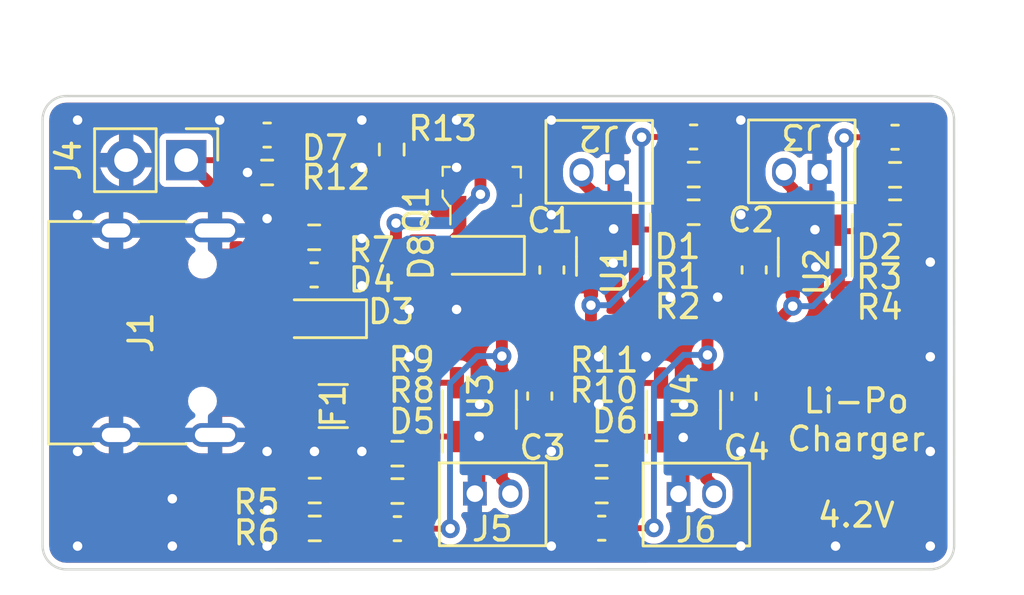
<source format=kicad_pcb>
(kicad_pcb (version 20211014) (generator pcbnew)
  (layers (0 "F.Cu" signal) (31 "B.Cu" signal) (34 "B.Paste" user) (35 "F.Paste" user) (36 "B.SilkS" user "B.Silkscreen") (37 "F.SilkS" user "F.Silkscreen") (38 "B.Mask" user) (39 "F.Mask" user) (44 "Edge.Cuts" user))
  (net 0 "")
  (net 1 "VCC")
  (net 2 "GND")
  (net 3 "Net-(D1-Pad1)")
  (net 4 "Net-(D2-Pad1)")
  (net 5 "VUSB")
  (net 6 "Net-(D3-Pad2)")
  (net 7 "Net-(D4-Pad1)")
  (net 8 "Net-(D5-Pad1)")
  (net 9 "Net-(D6-Pad1)")
  (net 10 "Net-(D7-Pad1)")
  (net 11 "DC")
  (net 12 "Net-(F1-Pad1)")
  (net 13 "Net-(J1-PadA5)")
  (net 17 "Net-(J1-PadB5)")
  (net 21 "Net-(J2-Pad2)")
  (net 22 "Net-(J3-Pad2)")
  (net 23 "Net-(J5-Pad2)")
  (net 24 "Net-(J6-Pad2)")
  (net 25 "Net-(R1-Pad2)")
  (net 26 "Net-(R2-Pad1)")
  (net 27 "Net-(R3-Pad2)")
  (net 28 "Net-(R4-Pad1)")
  (net 29 "Net-(R8-Pad2)")
  (net 30 "Net-(R9-Pad1)")
  (net 31 "Net-(R10-Pad2)")
  (net 32 "Net-(R11-Pad1)")
  (footprint "Package_TO_SOT_SMD:TSOT-23-5" (layer "F.Cu") (at 205.1 66.780875 -90)
    (fp_text reference "U1" (at 0.6125 -0.03 90) (layer "F.SilkS"))
    (fp_text value "LTC4054XES5-4.2")
    (pad "1" smd roundrect (at -1.1375 -0.95 270) (size 1.325 0.6) (layers "F.Cu" "F.Paste" "F.Mask") (net 25 "Net-(R1-Pad2)"))
    (pad "2" smd roundrect (at -1.1375 0 270) (size 1.325 0.6) (layers "F.Cu" "F.Paste" "F.Mask") (net 2 "GND"))
    (pad "3" smd roundrect (at -1.1375 0.95 270) (size 1.325 0.6) (layers "F.Cu" "F.Paste" "F.Mask") (net 21 "Net-(J2-Pad2)"))
    (pad "4" smd roundrect (at 1.1375 0.95 270) (size 1.325 0.6) (layers "F.Cu" "F.Paste" "F.Mask") (net 1 "VCC"))
    (pad "5" smd roundrect (at 1.1375 -0.95 270) (size 1.325 0.6) (layers "F.Cu" "F.Paste" "F.Mask") (net 26 "Net-(R2-Pad1)"))
  )
  (footprint "Resistor_SMD:R_0603_1608Metric" (layer "F.Cu") (at 204.595 75.093375 180)
    (fp_text reference "R11" (at -0.11 3.93) (layer "F.SilkS"))
    (fp_text value "100k")
    (pad "1" smd roundrect (at -0.825 0 180) (size 0.8 0.95) (layers "F.Cu" "F.Paste" "F.Mask") (net 32 "Net-(R11-Pad1)"))
    (pad "2" smd roundrect (at 0.825 0 180) (size 0.8 0.95) (layers "F.Cu" "F.Paste" "F.Mask") (net 2 "GND"))
  )
  (footprint "Resistor_SMD:R_0603_1608Metric" (layer "F.Cu") (at 208.485 64.913375)
    (fp_text reference "R2" (at -0.675 3.99) (layer "F.SilkS"))
    (fp_text value "100k")
    (pad "1" smd roundrect (at -0.825 0) (size 0.8 0.95) (layers "F.Cu" "F.Paste" "F.Mask") (net 26 "Net-(R2-Pad1)"))
    (pad "2" smd roundrect (at 0.825 0) (size 0.8 0.95) (layers "F.Cu" "F.Paste" "F.Mask") (net 2 "GND"))
  )
  (footprint "Resistor_SMD:R_0603_1608Metric" (layer "F.Cu") (at 192.49 76.673375 180)
    (fp_text reference "R5" (at 2.46 -0.49) (layer "F.SilkS"))
    (fp_text value "5.1k")
    (pad "1" smd roundrect (at -0.825 0 180) (size 0.8 0.95) (layers "F.Cu" "F.Paste" "F.Mask") (net 2 "GND"))
    (pad "2" smd roundrect (at 0.825 0 180) (size 0.8 0.95) (layers "F.Cu" "F.Paste" "F.Mask") (net 17 "Net-(J1-PadB5)"))
  )
  (footprint "Resistor_SMD:R_0603_1608Metric" (layer "F.Cu") (at 195.98 76.693375)
    (fp_text reference "R8" (at 0.61 -4.25) (layer "F.SilkS"))
    (fp_text value "680")
    (pad "1" smd roundrect (at -0.825 0) (size 0.8 0.95) (layers "F.Cu" "F.Paste" "F.Mask") (net 8 "Net-(D5-Pad1)"))
    (pad "2" smd roundrect (at 0.825 0) (size 0.8 0.95) (layers "F.Cu" "F.Paste" "F.Mask") (net 29 "Net-(R8-Pad2)"))
  )
  (footprint "Connector_USB:USB_C_Receptacle_HRO_TYPE-C-31-M-12" (layer "F.Cu") (at 185.15 70.003375 -90)
    (fp_text reference "J1" (at 0 0 90) (layer "F.SilkS"))
    (fp_text value "USB_C_Receptacle_USB2.0")
    (pad "" np_thru_hole circle (at 2.89 -2.6 270) (size 0.65 0.65) (drill 0.65) (layers *.Cu *.Mask))
    (pad "" np_thru_hole circle (at -2.89 -2.6 270) (size 0.65 0.65) (drill 0.65) (layers *.Cu *.Mask))
    (pad "A1" smd rect (at -3.25 -4.045 270) (size 0.6 1.45) (layers "F.Cu" "F.Paste" "F.Mask") (net 2 "GND"))
    (pad "A4" smd rect (at -2.45 -4.045 270) (size 0.6 1.45) (layers "F.Cu" "F.Paste" "F.Mask") (net 12 "Net-(F1-Pad1)"))
    (pad "A5" smd rect (at -1.25 -4.045 270) (size 0.3 1.45) (layers "F.Cu" "F.Paste" "F.Mask") (net 13 "Net-(J1-PadA5)"))
    (pad "A6" smd rect (at -0.25 -4.045 270) (size 0.3 1.45) (layers "F.Cu" "F.Paste" "F.Mask"))
    (pad "A7" smd rect (at 0.25 -4.045 270) (size 0.3 1.45) (layers "F.Cu" "F.Paste" "F.Mask"))
    (pad "A8" smd rect (at 1.25 -4.045 270) (size 0.3 1.45) (layers "F.Cu" "F.Paste" "F.Mask"))
    (pad "A9" smd rect (at 2.45 -4.045 270) (size 0.6 1.45) (layers "F.Cu" "F.Paste" "F.Mask") (net 12 "Net-(F1-Pad1)"))
    (pad "A12" smd rect (at 3.25 -4.045 270) (size 0.6 1.45) (layers "F.Cu" "F.Paste" "F.Mask") (net 2 "GND"))
    (pad "B1" smd rect (at 3.25 -4.045 270) (size 0.6 1.45) (layers "F.Cu" "F.Paste" "F.Mask") (net 2 "GND"))
    (pad "B4" smd rect (at 2.45 -4.045 270) (size 0.6 1.45) (layers "F.Cu" "F.Paste" "F.Mask") (net 12 "Net-(F1-Pad1)"))
    (pad "B5" smd rect (at 1.75 -4.045 270) (size 0.3 1.45) (layers "F.Cu" "F.Paste" "F.Mask") (net 17 "Net-(J1-PadB5)"))
    (pad "B6" smd rect (at 0.75 -4.045 270) (size 0.3 1.45) (layers "F.Cu" "F.Paste" "F.Mask"))
    (pad "B7" smd rect (at -0.75 -4.045 270) (size 0.3 1.45) (layers "F.Cu" "F.Paste" "F.Mask"))
    (pad "B8" smd rect (at -1.75 -4.045 270) (size 0.3 1.45) (layers "F.Cu" "F.Paste" "F.Mask"))
    (pad "B9" smd rect (at -2.45 -4.045 270) (size 0.6 1.45) (layers "F.Cu" "F.Paste" "F.Mask") (net 12 "Net-(F1-Pad1)"))
    (pad "B12" smd rect (at -3.25 -4.045 270) (size 0.6 1.45) (layers "F.Cu" "F.Paste" "F.Mask") (net 2 "GND"))
    (pad "S1" thru_hole oval (at 4.32 1.05 270) (size 1 1.6) (drill oval 0.6 1.2) (layers *.Cu *.Mask) (net 2 "GND"))
    (pad "S1" thru_hole oval (at -4.32 1.05 270) (size 1 1.6) (drill oval 0.6 1.2) (layers *.Cu *.Mask) (net 2 "GND"))
    (pad "S1" thru_hole oval (at 4.32 -3.13 270) (size 1 2.1) (drill oval 0.6 1.7) (layers *.Cu *.Mask) (net 2 "GND"))
    (pad "S1" thru_hole oval (at -4.32 -3.13 270) (size 1 2.1) (drill oval 0.6 1.7) (layers *.Cu *.Mask) (net 2 "GND"))
  )
  (footprint "Connector_JST_User:JST_ZH-1x2" (layer "F.Cu") (at 208.6 77.263375)
    (fp_text reference "J6" (at 0 1.08 unlocked) (layer "F.SilkS"))
    (fp_text value "B2B-ZR-3.4")
    (pad "1" thru_hole rect (at -0.75 -0.45 270) (size 1 1) (drill 0.7) (layers *.Cu *.Mask) (net 2 "GND"))
    (pad "2" thru_hole oval (at 0.75 -0.45) (size 1 1.2) (drill 0.7) (layers *.Cu *.Mask) (net 24 "Net-(J6-Pad2)"))
  )
  (footprint "Resistor_SMD:R_0603_1608Metric" (layer "F.Cu") (at 190.48 63.233375 180)
    (fp_text reference "R12" (at -2.9 -0.21) (layer "F.SilkS"))
    (fp_text value "680")
    (pad "1" smd roundrect (at -0.825 0 180) (size 0.8 0.95) (layers "F.Cu" "F.Paste" "F.Mask") (net 10 "Net-(D7-Pad1)"))
    (pad "2" smd roundrect (at 0.825 0 180) (size 0.8 0.95) (layers "F.Cu" "F.Paste" "F.Mask") (net 2 "GND"))
  )
  (footprint "Resistor_SMD:R_0603_1608Metric" (layer "F.Cu") (at 192.49 78.273375 180)
    (fp_text reference "R6" (at 2.45 -0.19) (layer "F.SilkS"))
    (fp_text value "5.1k")
    (pad "1" smd roundrect (at -0.825 0 180) (size 0.8 0.95) (layers "F.Cu" "F.Paste" "F.Mask") (net 2 "GND"))
    (pad "2" smd roundrect (at 0.825 0 180) (size 0.8 0.95) (layers "F.Cu" "F.Paste" "F.Mask") (net 13 "Net-(J1-PadA5)"))
  )
  (footprint "Capacitor_SMD:C_0603_1608Metric" (layer "F.Cu") (at 216.99 61.743375 180)
    (fp_text reference "D2" (at 0.67 -4.63) (layer "F.SilkS"))
    (fp_text value "OSHR1608C1A")
    (pad "1" smd roundrect (at -0.775 0 180) (size 0.9 0.95) (layers "F.Cu" "F.Paste" "F.Mask") (net 4 "Net-(D2-Pad1)"))
    (pad "2" smd roundrect (at 0.775 0 180) (size 0.9 0.95) (layers "F.Cu" "F.Paste" "F.Mask") (net 1 "VCC"))
  )
  (footprint "Resistor_SMD:R_0603_1608Metric" (layer "F.Cu") (at 195.74 62.263375 90)
    (fp_text reference "R13" (at 0.885 2.15 180) (layer "F.SilkS"))
    (fp_text value "1k")
    (pad "1" smd roundrect (at -0.825 0 90) (size 0.8 0.95) (layers "F.Cu" "F.Paste" "F.Mask") (net 11 "DC"))
    (pad "2" smd roundrect (at 0.825 0 90) (size 0.8 0.95) (layers "F.Cu" "F.Paste" "F.Mask") (net 2 "GND"))
  )
  (footprint "Capacitor_SMD:C_0603_1608Metric" (layer "F.Cu") (at 210.61 72.693375 -90)
    (fp_text reference "C4" (at 2.17 -0.11 180) (layer "F.SilkS"))
    (fp_text value "1u")
    (pad "1" smd roundrect (at -0.775 0 270) (size 0.9 0.95) (layers "F.Cu" "F.Paste" "F.Mask") (net 1 "VCC"))
    (pad "2" smd roundrect (at 0.775 0 270) (size 0.9 0.95) (layers "F.Cu" "F.Paste" "F.Mask") (net 2 "GND"))
  )
  (footprint "Capacitor_SMD:C_0603_1608Metric" (layer "F.Cu") (at 204.605 78.263375)
    (fp_text reference "D6" (at 0.56 -4.54) (layer "F.SilkS"))
    (fp_text value "OSHR1608C1A")
    (pad "1" smd roundrect (at -0.775 0) (size 0.9 0.95) (layers "F.Cu" "F.Paste" "F.Mask") (net 9 "Net-(D6-Pad1)"))
    (pad "2" smd roundrect (at 0.775 0) (size 0.9 0.95) (layers "F.Cu" "F.Paste" "F.Mask") (net 1 "VCC"))
  )
  (footprint "Capacitor_SMD:C_0603_1608Metric" (layer "F.Cu") (at 202.5 67.353375 90)
    (fp_text reference "C1" (at 2.09 -0.07 180) (layer "F.SilkS"))
    (fp_text value "1u")
    (pad "1" smd roundrect (at -0.775 0 90) (size 0.9 0.95) (layers "F.Cu" "F.Paste" "F.Mask") (net 1 "VCC"))
    (pad "2" smd roundrect (at 0.775 0 90) (size 0.9 0.95) (layers "F.Cu" "F.Paste" "F.Mask") (net 2 "GND"))
  )
  (footprint "Resistor_SMD:R_0603_1608Metric" (layer "F.Cu") (at 208.49 63.323375 180)
    (fp_text reference "R1" (at 0.68 -4.3) (layer "F.SilkS"))
    (fp_text value "680")
    (pad "1" smd roundrect (at -0.825 0 180) (size 0.8 0.95) (layers "F.Cu" "F.Paste" "F.Mask") (net 3 "Net-(D1-Pad1)"))
    (pad "2" smd roundrect (at 0.825 0 180) (size 0.8 0.95) (layers "F.Cu" "F.Paste" "F.Mask") (net 25 "Net-(R1-Pad2)"))
  )
  (footprint "Capacitor_SMD:C_0603_1608Metric" (layer "F.Cu") (at 190.48 61.653375 180)
    (fp_text reference "D7" (at -2.43 -0.54) (layer "F.SilkS"))
    (fp_text value "OSYL1608C1A")
    (pad "1" smd roundrect (at -0.775 0 180) (size 0.9 0.95) (layers "F.Cu" "F.Paste" "F.Mask") (net 10 "Net-(D7-Pad1)"))
    (pad "2" smd roundrect (at 0.775 0 180) (size 0.9 0.95) (layers "F.Cu" "F.Paste" "F.Mask") (net 11 "DC"))
  )
  (footprint "Package_TO_SOT_SMD:TSOT-23-5" (layer "F.Cu") (at 213.62 66.810875 -90)
    (fp_text reference "U2" (at 0.62 -0.06 90) (layer "F.SilkS"))
    (fp_text value "LTC4054XES5-4.2")
    (pad "1" smd roundrect (at -1.1375 -0.95 270) (size 1.325 0.6) (layers "F.Cu" "F.Paste" "F.Mask") (net 27 "Net-(R3-Pad2)"))
    (pad "2" smd roundrect (at -1.1375 0 270) (size 1.325 0.6) (layers "F.Cu" "F.Paste" "F.Mask") (net 2 "GND"))
    (pad "3" smd roundrect (at -1.1375 0.95 270) (size 1.325 0.6) (layers "F.Cu" "F.Paste" "F.Mask") (net 22 "Net-(J3-Pad2)"))
    (pad "4" smd roundrect (at 1.1375 0.95 270) (size 1.325 0.6) (layers "F.Cu" "F.Paste" "F.Mask") (net 1 "VCC"))
    (pad "5" smd roundrect (at 1.1375 -0.95 270) (size 1.325 0.6) (layers "F.Cu" "F.Paste" "F.Mask") (net 28 "Net-(R4-Pad1)"))
  )
  (footprint "Package_TO_SOT_SMD:TSOT-23-5" (layer "F.Cu") (at 208.06 73.263375 90)
    (fp_text reference "U4" (at 0.56 0.07 90) (layer "F.SilkS"))
    (fp_text value "LTC4054XES5-4.2")
    (pad "1" smd roundrect (at -1.1375 -0.95 90) (size 1.325 0.6) (layers "F.Cu" "F.Paste" "F.Mask") (net 31 "Net-(R10-Pad2)"))
    (pad "2" smd roundrect (at -1.1375 0 90) (size 1.325 0.6) (layers "F.Cu" "F.Paste" "F.Mask") (net 2 "GND"))
    (pad "3" smd roundrect (at -1.1375 0.95 90) (size 1.325 0.6) (layers "F.Cu" "F.Paste" "F.Mask") (net 24 "Net-(J6-Pad2)"))
    (pad "4" smd roundrect (at 1.1375 0.95 90) (size 1.325 0.6) (layers "F.Cu" "F.Paste" "F.Mask") (net 1 "VCC"))
    (pad "5" smd roundrect (at 1.1375 -0.95 90) (size 1.325 0.6) (layers "F.Cu" "F.Paste" "F.Mask") (net 32 "Net-(R11-Pad1)"))
  )
  (footprint "Resistor_SMD:R_0603_1608Metric" (layer "F.Cu") (at 216.99 63.333375 180)
    (fp_text reference "R3" (at 0.67 -4.31) (layer "F.SilkS"))
    (fp_text value "680")
    (pad "1" smd roundrect (at -0.825 0 180) (size 0.8 0.95) (layers "F.Cu" "F.Paste" "F.Mask") (net 4 "Net-(D2-Pad1)"))
    (pad "2" smd roundrect (at 0.825 0 180) (size 0.8 0.95) (layers "F.Cu" "F.Paste" "F.Mask") (net 27 "Net-(R3-Pad2)"))
  )
  (footprint "Capacitor_SMD:C_0603_1608Metric" (layer "F.Cu") (at 208.485 61.733375 180)
    (fp_text reference "D1" (at 0.685 -4.63) (layer "F.SilkS"))
    (fp_text value "OSHR1608C1A")
    (pad "1" smd roundrect (at -0.775 0 180) (size 0.9 0.95) (layers "F.Cu" "F.Paste" "F.Mask") (net 3 "Net-(D1-Pad1)"))
    (pad "2" smd roundrect (at 0.775 0 180) (size 0.9 0.95) (layers "F.Cu" "F.Paste" "F.Mask") (net 1 "VCC"))
  )
  (footprint "Resistor_SMD:R_0603_1608Metric" (layer "F.Cu") (at 195.98 75.113375 180)
    (fp_text reference "R9" (at -0.6 3.97) (layer "F.SilkS"))
    (fp_text value "100k")
    (pad "1" smd roundrect (at -0.825 0 180) (size 0.8 0.95) (layers "F.Cu" "F.Paste" "F.Mask") (net 30 "Net-(R9-Pad1)"))
    (pad "2" smd roundrect (at 0.825 0 180) (size 0.8 0.95) (layers "F.Cu" "F.Paste" "F.Mask") (net 2 "GND"))
  )
  (footprint "Capacitor_SMD:C_0603_1608Metric" (layer "F.Cu") (at 192.465 67.563375)
    (fp_text reference "D4" (at 2.43 0.21) (layer "F.SilkS"))
    (fp_text value "OSBL1608C1A")
    (pad "1" smd roundrect (at -0.775 0) (size 0.9 0.95) (layers "F.Cu" "F.Paste" "F.Mask") (net 7 "Net-(D4-Pad1)"))
    (pad "2" smd roundrect (at 0.775 0) (size 0.9 0.95) (layers "F.Cu" "F.Paste" "F.Mask") (net 5 "VUSB"))
  )
  (footprint "digikey-footprints:SOT-23-3" (layer "F.Cu") (at 199.54 63.823375 90)
    (fp_text reference "Q1" (at -0.98 -2.76 90) (layer "F.SilkS"))
    (fp_text value "IRLML6402TRPBF")
    (pad "1" smd rect locked (at -1.05 -0.95 90) (size 1.3 0.6) (layers "F.Cu" "F.Paste" "F.Mask") (net 11 "DC"))
    (pad "2" smd rect locked (at -1.05 0.95 90) (size 1.3 0.6) (layers "F.Cu" "F.Paste" "F.Mask") (net 1 "VCC"))
    (pad "3" smd rect locked (at 1.05 0 90) (size 1.3 0.6) (layers "F.Cu" "F.Paste" "F.Mask") (net 5 "VUSB"))
  )
  (footprint "Resistor_SMD:R_0603_1608Metric" (layer "F.Cu") (at 192.465 65.973375)
    (fp_text reference "R7" (at 2.42 0.53) (layer "F.SilkS"))
    (fp_text value "430")
    (pad "1" smd roundrect (at -0.825 0) (size 0.8 0.95) (layers "F.Cu" "F.Paste" "F.Mask") (net 7 "Net-(D4-Pad1)"))
    (pad "2" smd roundrect (at 0.825 0) (size 0.8 0.95) (layers "F.Cu" "F.Paste" "F.Mask") (net 2 "GND"))
  )
  (footprint "Resistor_SMD:R_0603_1608Metric" (layer "F.Cu") (at 204.605 76.673375)
    (fp_text reference "R10" (at 0.09 -4.23) (layer "F.SilkS"))
    (fp_text value "680")
    (pad "1" smd roundrect (at -0.825 0) (size 0.8 0.95) (layers "F.Cu" "F.Paste" "F.Mask") (net 9 "Net-(D6-Pad1)"))
    (pad "2" smd roundrect (at 0.825 0) (size 0.8 0.95) (layers "F.Cu" "F.Paste" "F.Mask") (net 31 "Net-(R10-Pad2)"))
  )
  (footprint "Capacitor_SMD:C_0603_1608Metric" (layer "F.Cu") (at 211.04 67.350875 90)
    (fp_text reference "C2" (at 2.11 -0.13 180) (layer "F.SilkS"))
    (fp_text value "1u")
    (pad "1" smd roundrect (at -0.775 0 90) (size 0.9 0.95) (layers "F.Cu" "F.Paste" "F.Mask") (net 1 "VCC"))
    (pad "2" smd roundrect (at 0.775 0 90) (size 0.9 0.95) (layers "F.Cu" "F.Paste" "F.Mask") (net 2 "GND"))
  )
  (footprint "Package_TO_SOT_SMD:TSOT-23-5" (layer "F.Cu") (at 199.44 73.253375 90)
    (fp_text reference "U3" (at 0.5525 0.05 90) (layer "F.SilkS"))
    (fp_text value "LTC4054XES5-4.2")
    (pad "1" smd roundrect (at -1.1375 -0.95 90) (size 1.325 0.6) (layers "F.Cu" "F.Paste" "F.Mask") (net 29 "Net-(R8-Pad2)"))
    (pad "2" smd roundrect (at -1.1375 0 90) (size 1.325 0.6) (layers "F.Cu" "F.Paste" "F.Mask") (net 2 "GND"))
    (pad "3" smd roundrect (at -1.1375 0.95 90) (size 1.325 0.6) (layers "F.Cu" "F.Paste" "F.Mask") (net 23 "Net-(J5-Pad2)"))
    (pad "4" smd roundrect (at 1.1375 0.95 90) (size 1.325 0.6) (layers "F.Cu" "F.Paste" "F.Mask") (net 1 "VCC"))
    (pad "5" smd roundrect (at 1.1375 -0.95 90) (size 1.325 0.6) (layers "F.Cu" "F.Paste" "F.Mask") (net 30 "Net-(R9-Pad1)"))
  )
  (footprint "Resistor_SMD:R_0603_1608Metric" (layer "F.Cu") (at 216.99 64.913375)
    (fp_text reference "R4" (at -0.66 4.02) (layer "F.SilkS"))
    (fp_text value "100k")
    (pad "1" smd roundrect (at -0.825 0) (size 0.8 0.95) (layers "F.Cu" "F.Paste" "F.Mask") (net 28 "Net-(R4-Pad1)"))
    (pad "2" smd roundrect (at 0.825 0) (size 0.8 0.95) (layers "F.Cu" "F.Paste" "F.Mask") (net 2 "GND"))
  )
  (footprint "Diode_SMD_User:US2H" (layer "F.Cu") (at 199.54 66.733375 180)
    (fp_text reference "D8" (at 2.55 -0.08 90) (layer "F.SilkS"))
    (fp_text value "CUHS20S60H3F")
    (pad "1" smd rect (at -0.65 0) (size 2 1.1) (layers "F.Cu" "F.Paste" "F.Mask") (net 1 "VCC"))
    (pad "2" smd rect (at 1.25 0) (size 0.8 1.1) (layers "F.Cu" "F.Paste" "F.Mask") (net 11 "DC"))
  )
  (footprint "Connector_JST_User:JST_ZH-1x2" (layer "F.Cu") (at 213.05 62.763375 180)
    (fp_text reference "J3" (at 0 1.05 180 unlocked) (layer "F.SilkS"))
    (fp_text value "B2B-ZR-3.4")
    (pad "1" thru_hole rect (at -0.75 -0.45 90) (size 1 1) (drill 0.7) (layers *.Cu *.Mask) (net 2 "GND"))
    (pad "2" thru_hole oval (at 0.75 -0.45 180) (size 1 1.2) (drill 0.7) (layers *.Cu *.Mask) (net 22 "Net-(J3-Pad2)"))
  )
  (footprint "Capacitor_SMD:C_0603_1608Metric" (layer "F.Cu") (at 195.98 78.283375)
    (fp_text reference "D5" (at 0.62 -4.53) (layer "F.SilkS"))
    (fp_text value "OSHR1608C1A")
    (pad "1" smd roundrect (at -0.775 0) (size 0.9 0.95) (layers "F.Cu" "F.Paste" "F.Mask") (net 8 "Net-(D5-Pad1)"))
    (pad "2" smd roundrect (at 0.775 0) (size 0.9 0.95) (layers "F.Cu" "F.Paste" "F.Mask") (net 1 "VCC"))
  )
  (footprint "Connector_JST_User:JST_ZH-1x2" (layer "F.Cu") (at 200 77.253375)
    (fp_text reference "J5" (at -0.01 1.05 unlocked) (layer "F.SilkS"))
    (fp_text value "B2B-ZR-3.4")
    (pad "1" thru_hole rect (at -0.75 -0.45 270) (size 1 1) (drill 0.7) (layers *.Cu *.Mask) (net 2 "GND"))
    (pad "2" thru_hole oval (at 0.75 -0.45) (size 1 1.2) (drill 0.7) (layers *.Cu *.Mask) (net 23 "Net-(J5-Pad2)"))
  )
  (footprint "Connector_JST_User:JST_ZH-1x2" (layer "F.Cu") (at 204.5 62.783375 180)
    (fp_text reference "J2" (at 0 1 180 unlocked) (layer "F.SilkS"))
    (fp_text value "B2B-ZR-3.4")
    (pad "1" thru_hole rect (at -0.75 -0.45 90) (size 1 1) (drill 0.7) (layers *.Cu *.Mask) (net 2 "GND"))
    (pad "2" thru_hole oval (at 0.75 -0.45 180) (size 1 1.2) (drill 0.7) (layers *.Cu *.Mask) (net 21 "Net-(J2-Pad2)"))
  )
  (footprint "Capacitor_SMD:C_0603_1608Metric" (layer "F.Cu") (at 201.99 72.680875 -90)
    (fp_text reference "C3" (at 2.1825 -0.12 180) (layer "F.SilkS"))
    (fp_text value "1u")
    (pad "1" smd roundrect (at -0.775 0 270) (size 0.9 0.95) (layers "F.Cu" "F.Paste" "F.Mask") (net 1 "VCC"))
    (pad "2" smd roundrect (at 0.775 0 270) (size 0.9 0.95) (layers "F.Cu" "F.Paste" "F.Mask") (net 2 "GND"))
  )
  (footprint "Connector_PinHeader_2.54mm:PinHeader_1x02_P2.54mm_Vertical" (layer "F.Cu") (at 187.065 62.713375 -90)
    (fp_text reference "J4" (at 0 4.97 90) (layer "F.SilkS"))
    (fp_text value "Conn_01x02_Male")
    (pad "1" thru_hole rect (at 0 0 270) (size 1.7 1.7) (drill 1) (layers *.Cu *.Mask) (net 11 "DC"))
    (pad "2" thru_hole oval (at 0 2.54 270) (size 1.7 1.7) (drill 1) (layers *.Cu *.Mask) (net 2 "GND"))
  )
  (footprint "Fuse:Fuse_1206_3216Metric" (layer "F.Cu") (at 193.27 73.103375)
    (fp_text reference "F1" (at 0 0 90) (layer "F.SilkS"))
    (fp_text value "MF-NSMF050-2")
    (pad "1" smd roundrect (at -1.4 0) (size 1.25 1.75) (layers "F.Cu" "F.Paste" "F.Mask") (roundrect_rratio 0.2) (net 12 "Net-(F1-Pad1)"))
    (pad "2" smd roundrect (at 1.4 0) (size 1.25 1.75) (layers "F.Cu" "F.Paste" "F.Mask") (roundrect_rratio 0.2) (net 6 "Net-(D3-Pad2)"))
  )
  (footprint "Diode_SMD_User:US2H" (layer "F.Cu") (at 192.875 69.413375 180)
    (fp_text reference "D3" (at -2.84 0.3) (layer "F.SilkS"))
    (fp_text value "CUHS20S60H3F")
    (pad "1" smd rect (at -0.65 0) (size 2 1.1) (layers "F.Cu" "F.Paste" "F.Mask") (net 5 "VUSB"))
    (pad "2" smd rect (at 1.25 0) (size 0.8 1.1) (layers "F.Cu" "F.Paste" "F.Mask") (net 6 "Net-(D3-Pad2)"))
  )
  (gr_line (start 218.48 60.003375) (end 182 60.003375) (layer "Edge.Cuts") (width 0.1))
  (gr_arc (start 218.48 60.003375) (mid 219.187107 60.296268) (end 219.48 61.003375) (layer "Edge.Cuts") (width 0.1))
  (gr_line (start 181.977266 80.003375) (end 218.482893 79.999592) (layer "Edge.Cuts") (width 0.1))
  (gr_line (start 219.482893 78.999592) (end 219.48 61.003375) (layer "Edge.Cuts") (width 0.1))
  (gr_line (start 181 61.003375) (end 181 79.02) (layer "Edge.Cuts") (width 0.1))
  (gr_arc (start 181.977266 80.003375) (mid 181.290727 79.708364) (end 181 79.02) (layer "Edge.Cuts") (width 0.1))
  (gr_arc (start 219.482893 78.999592) (mid 219.19 79.706699) (end 218.482893 79.999592) (layer "Edge.Cuts") (width 0.1))
  (gr_arc (start 181 61.003375) (mid 181.292893 60.296268) (end 182 60.003375) (layer "Edge.Cuts") (width 0.1))
  (gr_text "Li-Po\nCharger\n\n4.2V" (at 215.35 75.3) (layer "F.SilkS") (effects (font (size 1 1))))
  (segment (start 204.34 69.743375) (end 209.07 69.743375) (width 0.5) (layer "F.Cu") (net 1))
  (segment (start 206.3 61.733375) (end 207.71 61.733375) (width 0.25) (layer "F.Cu") (net 1))
  (segment (start 198.21 78.283375) (end 196.755 78.283375) (width 0.25) (layer "F.Cu") (net 1))
  (segment (start 210.565 71.963375) (end 210.61 71.918375) (width 0.5) (layer "F.Cu") (net 1))
  (segment (start 200.19 66.733375) (end 200.39 66.933375) (width 0.5) (layer "F.Cu") (net 1))
  (segment (start 204.15 68.843375) (end 204.15 69.553375) (width 0.5) (layer "F.Cu") (net 1))
  (segment (start 209.07 69.743375) (end 209.07 70.943375) (width 0.5) (layer "F.Cu") (net 1))
  (segment (start 200.39 69.843375) (end 200.39 70.993375) (width 0.5) (layer "F.Cu") (net 1))
  (segment (start 201.9525 71.943375) (end 201.99 71.905875) (width 0.5) (layer "F.Cu") (net 1))
  (segment (start 200.49 66.433375) (end 200.19 66.733375) (width 0.5) (layer "F.Cu") (net 1))
  (segment (start 200.39 70.993375) (end 200.39 72.115875) (width 0.5) (layer "F.Cu") (net 1))
  (segment (start 200.49 64.873375) (end 200.49 66.433375) (width 0.5) (layer "F.Cu") (net 1))
  (segment (start 202.535 68.093375) (end 203.975 68.093375) (width 0.5) (layer "F.Cu") (net 1))
  (segment (start 212.67 68.883375) (end 212.67 67.948375) (width 0.5) (layer "F.Cu") (net 1))
  (segment (start 211.81 69.743375) (end 212.67 68.883375) (width 0.5) (layer "F.Cu") (net 1))
  (segment (start 209.01 72.125875) (end 209.1725 71.963375) (width 0.5) (layer "F.Cu") (net 1))
  (segment (start 200.49 69.743375) (end 200.39 69.843375) (width 0.5) (layer "F.Cu") (net 1))
  (segment (start 206.81 78.243375) (end 206.79 78.263375) (width 0.25) (layer "F.Cu") (net 1))
  (segment (start 203.975 68.093375) (end 204.15 67.918375) (width 0.5) (layer "F.Cu") (net 1))
  (segment (start 214.84 61.773375) (end 214.87 61.743375) (width 0.25) (layer "F.Cu") (net 1))
  (segment (start 211.0725 68.093375) (end 212.525 68.093375) (width 0.5) (layer "F.Cu") (net 1))
  (segment (start 200.39 66.933375) (end 200.39 69.843375) (width 0.5) (layer "F.Cu") (net 1))
  (segment (start 209.07 69.743375) (end 211.81 69.743375) (width 0.5) (layer "F.Cu") (net 1))
  (segment (start 214.87 61.743375) (end 216.215 61.743375) (width 0.25) (layer "F.Cu") (net 1))
  (segment (start 211.04 68.125875) (end 211.0725 68.093375) (width 0.5) (layer "F.Cu") (net 1))
  (segment (start 209.1725 71.963375) (end 210.565 71.963375) (width 0.5) (layer "F.Cu") (net 1))
  (segment (start 209.07 70.943375) (end 209.07 72.065875) (width 0.5) (layer "F.Cu") (net 1))
  (segment (start 204.15 67.918375) (end 204.15 68.843375) (width 0.5) (layer "F.Cu") (net 1))
  (segment (start 206.79 78.263375) (end 205.38 78.263375) (width 0.25) (layer "F.Cu") (net 1))
  (segment (start 209.07 72.065875) (end 209.01 72.125875) (width 0.5) (layer "F.Cu") (net 1))
  (segment (start 206.29 61.743375) (end 206.3 61.733375) (width 0.25) (layer "F.Cu") (net 1))
  (segment (start 200.5625 71.943375) (end 201.9525 71.943375) (width 0.5) (layer "F.Cu") (net 1))
  (segment (start 204.34 69.743375) (end 200.49 69.743375) (width 0.5) (layer "F.Cu") (net 1))
  (segment (start 212.525 68.093375) (end 212.67 67.948375) (width 0.5) (layer "F.Cu") (net 1))
  (segment (start 202.5 68.128375) (end 202.535 68.093375) (width 0.5) (layer "F.Cu") (net 1))
  (via (at 212.67 68.883375) (size 0.8) (drill 0.4) (layers "F.Cu" "B.Cu") (net 1))
  (via (at 198.21 78.283375) (size 0.8) (drill 0.4) (layers "F.Cu" "B.Cu") (net 1))
  (via (at 204.15 68.843375) (size 0.8) (drill 0.4) (layers "F.Cu" "B.Cu") (net 1))
  (via (at 214.84 61.773375) (size 0.8) (drill 0.4) (layers "F.Cu" "B.Cu") (net 1))
  (via (at 209.07 70.943375) (size 0.8) (drill 0.4) (layers "F.Cu" "B.Cu") (net 1))
  (via (at 206.81 78.243375) (size 0.8) (drill 0.4) (layers "F.Cu" "B.Cu") (net 1))
  (via (at 206.29 61.743375) (size 0.8) (drill 0.4) (layers "F.Cu" "B.Cu") (net 1))
  (via (at 200.39 70.993375) (size 0.8) (drill 0.4) (layers "F.Cu" "B.Cu") (net 1))
  (segment (start 213.516625 68.883375) (end 212.67 68.883375) (width 0.25) (layer "B.Cu") (net 1))
  (segment (start 204.92 68.843375) (end 204.15 68.843375) (width 0.25) (layer "B.Cu") (net 1))
  (segment (start 198.2 78.273375) (end 198.2 72.15) (width 0.25) (layer "B.Cu") (net 1))
  (segment (start 208.056625 70.943375) (end 209.07 70.943375) (width 0.25) (layer "B.Cu") (net 1))
  (segment (start 198.2 72.15) (end 199.356625 70.993375) (width 0.25) (layer "B.Cu") (net 1))
  (segment (start 199.356625 70.993375) (end 200.39 70.993375) (width 0.25) (layer "B.Cu") (net 1))
  (segment (start 206.29 61.743375) (end 206.29 67.473375) (width 0.25) (layer "B.Cu") (net 1))
  (segment (start 214.84 67.56) (end 213.516625 68.883375) (width 0.25) (layer "B.Cu") (net 1))
  (segment (start 206.81 78.243375) (end 206.81 72.19) (width 0.25) (layer "B.Cu") (net 1))
  (segment (start 214.84 61.773375) (end 214.84 67.56) (width 0.25) (layer "B.Cu") (net 1))
  (segment (start 206.81 72.19) (end 208.056625 70.943375) (width 0.25) (layer "B.Cu") (net 1))
  (segment (start 206.29 67.473375) (end 204.92 68.843375) (width 0.25) (layer "B.Cu") (net 1))
  (segment (start 213.62 65.673375) (end 213.62 67.203375) (width 0.5) (layer "F.Cu") (net 2))
  (segment (start 208.06 76.603375) (end 207.85 76.813375) (width 0.5) (layer "F.Cu") (net 2))
  (segment (start 205.1 63.383375) (end 205.25 63.233375) (width 0.5) (layer "F.Cu") (net 2))
  (segment (start 205.1 65.643375) (end 205.1 67.053375) (width 0.5) (layer "F.Cu") (net 2))
  (segment (start 205.1 65.643375) (end 205.1 63.383375) (width 0.5) (layer "F.Cu") (net 2))
  (segment (start 199.44 74.390875) (end 199.44 76.613375) (width 0.5) (layer "F.Cu") (net 2))
  (segment (start 208.06 74.400875) (end 208.06 73.053375) (width 0.5) (layer "F.Cu") (net 2))
  (segment (start 213.62 65.673375) (end 213.62 63.393375) (width 0.5) (layer "F.Cu") (net 2))
  (segment (start 199.44 73.043375) (end 199.44 74.390875) (width 0.5) (layer "F.Cu") (net 2))
  (segment (start 199.44 76.613375) (end 199.25 76.803375) (width 0.5) (layer "F.Cu") (net 2))
  (segment (start 208.06 74.400875) (end 208.06 76.603375) (width 0.5) (layer "F.Cu") (net 2))
  (segment (start 213.62 63.393375) (end 213.8 63.213375) (width 0.5) (layer "F.Cu") (net 2))
  (via (at 214.477266 79.02) (size 0.8) (drill 0.4) (layers "F.Cu" "B.Cu") (net 2))
  (via (at 205.107266 65.62) (size 0.8) (drill 0.4) (layers "F.Cu" "B.Cu") (net 2))
  (via (at 198.477266 63.02) (size 0.8) (drill 0.4) (layers "F.Cu" "B.Cu") (net 2))
  (via (at 206.477266 71.02) (size 0.8) (drill 0.4) (layers "F.Cu" "B.Cu") (net 2))
  (via (at 204.477266 71.02) (size 0.8) (drill 0.4) (layers "F.Cu" "B.Cu") (net 2))
  (via (at 194.477266 68.02) (size 0.8) (drill 0.4) (layers "F.Cu" "B.Cu") (net 2))
  (via (at 194.477266 61.02) (size 0.8) (drill 0.4) (layers "F.Cu" "B.Cu") (net 2))
  (via (at 210.477266 79.02) (size 0.8) (drill 0.4) (layers "F.Cu" "B.Cu") (net 2))
  (via (at 189.65 63.233375) (size 0.8) (drill 0.4) (layers "F.Cu" "B.Cu") (net 2))
  (via (at 210.477266 61.02) (size 0.8) (drill 0.4) (layers "F.Cu" "B.Cu") (net 2))
  (via (at 202.477266 61.02) (size 0.8) (drill 0.4) (layers "F.Cu" "B.Cu") (net 2))
  (via (at 190.477266 75.02) (size 0.8) (drill 0.4) (layers "F.Cu" "B.Cu") (net 2))
  (via (at 182.477266 65.02) (size 0.8) (drill 0.4) (layers "F.Cu" "B.Cu") (net 2))
  (via (at 194.477266 66.02) (size 0.8) (drill 0.4) (layers "F.Cu" "B.Cu") (net 2))
  (via (at 210.477266 65.02) (size 0.8) (drill 0.4) (layers "F.Cu" "B.Cu") (net 2))
  (via (at 199.45 73.033375) (size 0.8) (drill 0.4) (layers "F.Cu" "B.Cu") (net 2))
  (via (at 208.047266 74.43) (size 0.8) (drill 0.4) (layers "F.Cu" "B.Cu") (net 2))
  (via (at 213.64 67.223375) (size 0.8) (drill 0.4) (layers "F.Cu" "B.Cu") (net 2))
  (via (at 218.477266 79.02) (size 0.8) (drill 0.4) (layers "F.Cu" "B.Cu") (net 2))
  (via (at 198.477266 69.02) (size 0.8) (drill 0.4) (layers "F.Cu" "B.Cu") (net 2))
  (via (at 218.477266 67.02) (size 0.8) (drill 0.4) (layers "F.Cu" "B.Cu") (net 2))
  (via (at 190.477266 79.02) (size 0.8) (drill 0.4) (layers "F.Cu" "B.Cu") (net 2))
  (via (at 204.477266 73.02) (size 0.8) (drill 0.4) (layers "F.Cu" "B.Cu") (net 2))
  (via (at 205.09 67.063375) (size 0.8) (drill 0.4) (layers "F.Cu" "B.Cu") (net 2))
  (via (at 202.477266 79.02) (size 0.8) (drill 0.4) (layers "F.Cu" "B.Cu") (net 2))
  (via (at 209.5 68.5) (size 0.8) (drill 0.4) (layers "F.Cu" "B.Cu") (net 2))
  (via (at 202.477266 65.02) (size 0.8) (drill 0.4) (layers "F.Cu" "B.Cu") (net 2))
  (via (at 210.477266 75.02) (size 0.8) (drill 0.4) (layers "F.Cu" "B.Cu") (net 2))
  (via (at 207.5 68.5) (size 0.8) (drill 0.4) (layers "F.Cu" "B.Cu") (net 2))
  (via (at 213.607266 65.65) (size 0.8) (drill 0.4) (layers "F.Cu" "B.Cu") (net 2))
  (via (at 218.477266 75.02) (size 0.8) (drill 0.4) (layers "F.Cu" "B.Cu") (net 2))
  (via (at 182.477266 61.02) (size 0.8) (drill 0.4) (layers "F.Cu" "B.Cu") (net 2))
  (via (at 198.477266 61.02) (size 0.8) (drill 0.4) (layers "F.Cu" "B.Cu") (net 2))
  (via (at 190.477266 65.182875) (size 0.8) (drill 0.4) (layers "F.Cu" "B.Cu") (net 2))
  (via (at 192.477266 75.02) (size 0.8) (drill 0.4) (layers "F.Cu" "B.Cu") (net 2))
  (via (at 186.477266 77.02) (size 0.8) (drill 0.4) (layers "F.Cu" "B.Cu") (net 2))
  (via (at 194.477266 75.02) (size 0.8) (drill 0.4) (layers "F.Cu" "B.Cu") (net 2))
  (via (at 190.5 77.5) (size 0.8) (drill 0.4) (layers "F.Cu" "B.Cu") (net 2))
  (via (at 182.477266 79.02) (size 0.8) (drill 0.4) (layers "F.Cu" "B.Cu") (net 2))
  (via (at 218.477266 71.02) (size 0.8) (drill 0.4) (layers "F.Cu" "B.Cu") (net 2))
  (via (at 199.427266 74.38) (size 0.8) (drill 0.4) (layers "F.Cu" "B.Cu") (net 2))
  (via (at 188.477266 61.02) (size 0.8) (drill 0.4) (layers "F.Cu" "B.Cu") (net 2))
  (via (at 196.477266 69.02) (size 0.8) (drill 0.4) (layers "F.Cu" "B.Cu") (net 2))
  (via (at 202.477266 75.02) (size 0.8) (drill 0.4) (layers "F.Cu" "B.Cu") (net 2))
  (via (at 194.477266 63.02) (size 0.8) (drill 0.4) (layers "F.Cu" "B.Cu") (net 2))
  (via (at 208.06 73.053375) (size 0.8) (drill 0.4) (layers "F.Cu" "B.Cu") (net 2))
  (via (at 182.477266 75.02) (size 0.8) (drill 0.4) (layers "F.Cu" "B.Cu") (net 2))
  (via (at 186.477266 79.02) (size 0.8) (drill 0.4) (layers "F.Cu" "B.Cu") (net 2))
  (via (at 196.477266 71.02) (size 0.8) (drill 0.4) (layers "F.Cu" "B.Cu") (net 2))
  (segment (start 209.26 63.268375) (end 209.315 63.323375) (width 0.25) (layer "F.Cu") (net 3))
  (segment (start 209.26 61.733375) (end 209.26 63.268375) (width 0.25) (layer "F.Cu") (net 3))
  (segment (start 217.765 63.283375) (end 217.815 63.333375) (width 0.25) (layer "F.Cu") (net 4))
  (segment (start 217.765 61.743375) (end 217.765 63.283375) (width 0.25) (layer "F.Cu") (net 4))
  (segment (start 199.485965 62.82741) (end 199.54 62.773375) (width 0.25) (layer "F.Cu") (net 5))
  (segment (start 193.23 67.573375) (end 193.24 67.563375) (width 0.25) (layer "F.Cu") (net 5))
  (segment (start 199.485965 64.158361) (end 199.485965 62.82741) (width 0.5) (layer "F.Cu") (net 5))
  (segment (start 195.92 68.207266) (end 194.713891 69.413375) (width 0.5) (layer "F.Cu") (net 5))
  (segment (start 193.23 69.118375) (end 193.23 67.573375) (width 0.25) (layer "F.Cu") (net 5))
  (segment (start 193.525 69.413375) (end 193.23 69.118375) (width 0.25) (layer "F.Cu") (net 5))
  (segment (start 195.92 65.373375) (end 195.92 68.207266) (width 0.5) (layer "F.Cu") (net 5))
  (segment (start 194.713891 69.413375) (end 193.525 69.413375) (width 0.5) (layer "F.Cu") (net 5))
  (via (at 199.485965 64.158361) (size 0.8) (drill 0.4) (layers "F.Cu" "B.Cu") (net 5))
  (via (at 195.92 65.373375) (size 0.8) (drill 0.4) (layers "F.Cu" "B.Cu") (net 5))
  (segment (start 195.92 65.373375) (end 198.273891 65.373375) (width 0.5) (layer "B.Cu") (net 5))
  (segment (start 199.485965 64.161301) (end 199.485965 64.158361) (width 0.5) (layer "B.Cu") (net 5))
  (segment (start 198.273891 65.373375) (end 199.485965 64.161301) (width 0.5) (layer "B.Cu") (net 5))
  (segment (start 194.02 71.153375) (end 192.21 71.153375) (width 0.5) (layer "F.Cu") (net 6))
  (segment (start 194.67 71.803375) (end 194.02 71.153375) (width 0.5) (layer "F.Cu") (net 6))
  (segment (start 192.21 71.153375) (end 191.625 70.568375) (width 0.5) (layer "F.Cu") (net 6))
  (segment (start 194.67 73.103375) (end 194.67 71.803375) (width 0.5) (layer "F.Cu") (net 6))
  (segment (start 191.625 70.568375) (end 191.625 69.413375) (width 0.5) (layer "F.Cu") (net 6))
  (segment (start 191.69 66.023375) (end 191.64 65.973375) (width 0.25) (layer "F.Cu") (net 7))
  (segment (start 191.69 67.563375) (end 191.69 66.023375) (width 0.25) (layer "F.Cu") (net 7))
  (segment (start 195.155 78.233375) (end 195.205 78.283375) (width 0.25) (layer "F.Cu") (net 8))
  (segment (start 195.155 76.693375) (end 195.155 78.233375) (width 0.25) (layer "F.Cu") (net 8))
  (segment (start 203.78 76.673375) (end 203.78 78.213375) (width 0.25) (layer "F.Cu") (net 9))
  (segment (start 203.78 78.213375) (end 203.83 78.263375) (width 0.25) (layer "F.Cu") (net 9))
  (segment (start 191.255 61.653375) (end 191.255 63.183375) (width 0.25) (layer "F.Cu") (net 10))
  (segment (start 191.255 63.183375) (end 191.305 63.233375) (width 0.25) (layer "F.Cu") (net 10))
  (segment (start 198.29 66.153375) (end 198.59 65.853375) (width 0.5) (layer "F.Cu") (net 11))
  (segment (start 197.08 64.333375) (end 197.62 64.873375) (width 0.5) (layer "F.Cu") (net 11))
  (segment (start 188.645 62.713375) (end 189.705 61.653375) (width 0.25) (layer "F.Cu") (net 11))
  (segment (start 187.065 62.713375) (end 188.685 64.333375) (width 0.5) (layer "F.Cu") (net 11))
  (segment (start 197.62 64.873375) (end 198.59 64.873375) (width 0.5) (layer "F.Cu") (net 11))
  (segment (start 195.65 64.333375) (end 197.08 64.333375) (width 0.5) (layer "F.Cu") (net 11))
  (segment (start 198.59 65.853375) (end 198.59 64.873375) (width 0.5) (layer "F.Cu") (net 11))
  (segment (start 188.685 64.333375) (end 195.65 64.333375) (width 0.5) (layer "F.Cu") (net 11))
  (segment (start 187.065 62.713375) (end 188.645 62.713375) (width 0.25) (layer "F.Cu") (net 11))
  (segment (start 195.74 63.088375) (end 195.74 64.243375) (width 0.25) (layer "F.Cu") (net 11))
  (segment (start 198.29 66.733375) (end 198.29 66.153375) (width 0.5) (layer "F.Cu") (net 11))
  (segment (start 189.195 72.453375) (end 191.22 72.453375) (width 0.5) (layer "F.Cu") (net 12))
  (segment (start 190.27 72.453375) (end 189.195 72.453375) (width 0.5) (layer "F.Cu") (net 12))
  (segment (start 191.22 72.453375) (end 191.87 73.103375) (width 0.5) (layer "F.Cu") (net 12))
  (segment (start 190.27 67.553375) (end 190.45 67.733375) (width 0.5) (layer "F.Cu") (net 12))
  (segment (start 190.45 67.733375) (end 190.45 72.273375) (width 0.5) (layer "F.Cu") (net 12))
  (segment (start 189.195 67.553375) (end 190.27 67.553375) (width 0.5) (layer "F.Cu") (net 12))
  (segment (start 190.45 72.273375) (end 190.27 72.453375) (width 0.5) (layer "F.Cu") (net 12))
  (segment (start 189.195 68.753375) (end 186.67 68.753375) (width 0.25) (layer "F.Cu") (net 13))
  (segment (start 185.65 69.773375) (end 185.65 77.273375) (width 0.25) (layer "F.Cu") (net 13))
  (segment (start 186.65 78.273375) (end 191.665 78.273375) (width 0.25) (layer "F.Cu") (net 13))
  (segment (start 185.65 77.273375) (end 186.65 78.273375) (width 0.25) (layer "F.Cu") (net 13))
  (segment (start 186.67 68.753375) (end 185.65 69.773375) (width 0.25) (layer "F.Cu") (net 13))
  (segment (start 189.195 71.753375) (end 186.910099 71.753375) (width 0.25) (layer "F.Cu") (net 17))
  (segment (start 187.63 76.673375) (end 191.665 76.673375) (width 0.25) (layer "F.Cu") (net 17))
  (segment (start 186.910099 71.753375) (end 186.46 72.203474) (width 0.25) (layer "F.Cu") (net 17))
  (segment (start 186.46 72.203474) (end 186.46 75.503375) (width 0.25) (layer "F.Cu") (net 17))
  (segment (start 186.46 75.503375) (end 187.63 76.673375) (width 0.25) (layer "F.Cu") (net 17))
  (segment (start 204.15 64) (end 203.75 63.6) (width 0.5) (layer "F.Cu") (net 21))
  (segment (start 204.15 65.643375) (end 204.15 64) (width 0.5) (layer "F.Cu") (net 21))
  (segment (start 203.75 63.6) (end 203.75 63.233375) (width 0.5) (layer "F.Cu") (net 21))
  (segment (start 212.67 63.92) (end 212.3 63.55) (width 0.5) (layer "F.Cu") (net 22))
  (segment (start 212.67 65.673375) (end 212.67 63.92) (width 0.5) (layer "F.Cu") (net 22))
  (segment (start 212.3 63.55) (end 212.3 63.213375) (width 0.5) (layer "F.Cu") (net 22))
  (segment (start 200.39 74.390875) (end 200.39 76.193375) (width 0.5) (layer "F.Cu") (net 23))
  (segment (start 200.39 76.193375) (end 200.75 76.553375) (width 0.5) (layer "F.Cu") (net 23))
  (segment (start 209.01 76.16) (end 209.35 76.5) (width 0.5) (layer "F.Cu") (net 24))
  (segment (start 209.35 76.5) (end 209.35 76.813375) (width 0.5) (layer "F.Cu") (net 24))
  (segment (start 209.01 74.400875) (end 209.01 76.16) (width 0.5) (layer "F.Cu") (net 24))
  (segment (start 206.86 65.463375) (end 206.68 65.643375) (width 0.25) (layer "F.Cu") (net 25))
  (segment (start 207.665 63.323375) (end 206.86 64.128375) (width 0.25) (layer "F.Cu") (net 25))
  (segment (start 206.68 65.643375) (end 206.05 65.643375) (width 0.25) (layer "F.Cu") (net 25))
  (segment (start 206.86 64.128375) (end 206.86 65.463375) (width 0.25) (layer "F.Cu") (net 25))
  (segment (start 206.765 67.918375) (end 206.05 67.918375) (width 0.25) (layer "F.Cu") (net 26))
  (segment (start 207.66 67.023375) (end 206.765 67.918375) (width 0.25) (layer "F.Cu") (net 26))
  (segment (start 207.66 64.913375) (end 207.66 67.023375) (width 0.25) (layer "F.Cu") (net 26))
  (segment (start 214.61 65.713375) (end 214.57 65.673375) (width 0.25) (layer "F.Cu") (net 27))
  (segment (start 215.26 65.713375) (end 214.61 65.713375) (width 0.25) (layer "F.Cu") (net 27))
  (segment (start 216.165 63.333375) (end 215.39 64.108375) (width 0.25) (layer "F.Cu") (net 27))
  (segment (start 215.39 65.583375) (end 215.26 65.713375) (width 0.25) (layer "F.Cu") (net 27))
  (segment (start 215.39 64.108375) (end 215.39 65.583375) (width 0.25) (layer "F.Cu") (net 27))
  (segment (start 216.165 67.058375) (end 215.275 67.948375) (width 0.25) (layer "F.Cu") (net 28))
  (segment (start 215.275 67.948375) (end 214.57 67.948375) (width 0.25) (layer "F.Cu") (net 28))
  (segment (start 216.165 64.913375) (end 216.165 67.058375) (width 0.25) (layer "F.Cu") (net 28))
  (segment (start 196.805 76.508375) (end 197.6 75.713375) (width 0.25) (layer "F.Cu") (net 29))
  (segment (start 197.6 75.713375) (end 197.6 74.533375) (width 0.25) (layer "F.Cu") (net 29))
  (segment (start 197.6 74.533375) (end 197.7425 74.390875) (width 0.25) (layer "F.Cu") (net 29))
  (segment (start 196.805 76.693375) (end 196.805 76.508375) (width 0.25) (layer "F.Cu") (net 29))
  (segment (start 197.7425 74.390875) (end 198.49 74.390875) (width 0.25) (layer "F.Cu") (net 29))
  (segment (start 196.805 73.088375) (end 197.7775 72.115875) (width 0.25) (layer "F.Cu") (net 30))
  (segment (start 197.7775 72.115875) (end 198.49 72.115875) (width 0.25) (layer "F.Cu") (net 30))
  (segment (start 196.805 75.113375) (end 196.805 73.088375) (width 0.25) (layer "F.Cu") (net 30))
  (segment (start 206.3425 74.400875) (end 207.11 74.400875) (width 0.25) (layer "F.Cu") (net 31))
  (segment (start 206.22 75.723375) (end 206.22 74.523375) (width 0.25) (layer "F.Cu") (net 31))
  (segment (start 205.43 76.673375) (end 205.43 76.513375) (width 0.25) (layer "F.Cu") (net 31))
  (segment (start 206.22 74.523375) (end 206.3425 74.400875) (width 0.25) (layer "F.Cu") (net 31))
  (segment (start 205.43 76.513375) (end 206.22 75.723375) (width 0.25) (layer "F.Cu") (net 31))
  (segment (start 205.42 73.083375) (end 205.42 75.093375) (width 0.25) (layer "F.Cu") (net 32))
  (segment (start 207.11 72.125875) (end 206.3775 72.125875) (width 0.25) (layer "F.Cu") (net 32))
  (segment (start 206.3775 72.125875) (end 205.42 73.083375) (width 0.25) (layer "F.Cu") (net 32))
  (zone (net 0) (net_name "") (layer "F.Cu") (connect_pads (clearance 0)) (min_thickness 0.28)
    (keepout (tracks allowed) (vias allowed) (pads allowed) (copperpour not_allowed) (footprints allowed))
    (fill (thermal_gap 0.28) (thermal_bridge_width 0.6))
    (polygon (pts (xy 215.9 67.7) (xy 214.05 67.7) (xy 214.05 65.55) (xy 215.9 65.55)))
  )
  (zone (net 0) (net_name "") (layer "F.Cu") (connect_pads (clearance 0)) (min_thickness 0.28)
    (keepout (tracks allowed) (vias allowed) (pads allowed) (copperpour not_allowed) (footprints allowed))
    (fill (thermal_gap 0.28) (thermal_bridge_width 0.6))
    (polygon (pts (xy 208.85 76.3) (xy 207 76.3) (xy 207 73.7) (xy 208.85 73.7)))
  )
  (zone (net 0) (net_name "") (layer "F.Cu") (connect_pads (clearance 0)) (min_thickness 0.28)
    (keepout (tracks allowed) (vias allowed) (pads allowed) (copperpour not_allowed) (footprints allowed))
    (fill (thermal_gap 0.28) (thermal_bridge_width 0.6))
    (polygon (pts (xy 207.3 77.85) (xy 205.45 77.85) (xy 205.45 75.25) (xy 207.3 75.25)))
  )
  (zone (net 0) (net_name "") (layer "F.Cu") (connect_pads (clearance 0)) (min_thickness 0.28)
    (keepout (tracks allowed) (vias allowed) (pads allowed) (copperpour not_allowed) (footprints allowed))
    (fill (thermal_gap 0.28) (thermal_bridge_width 0.6))
    (polygon (pts (xy 193.6 68.1) (xy 191.3 68.1) (xy 191.3 66.3) (xy 193.6 66.3)))
  )
  (zone (net 0) (net_name "") (layer "F.Cu") (connect_pads (clearance 0)) (min_thickness 0.28)
    (keepout (tracks allowed) (vias allowed) (pads allowed) (copperpour not_allowed) (footprints allowed))
    (fill (thermal_gap 0.28) (thermal_bridge_width 0.6))
    (polygon (pts (xy 212.9 69.3) (xy 210.65 69.3) (xy 210.65 67) (xy 212.9 67)))
  )
  (zone (net 0) (net_name "") (layer "F.Cu") (connect_pads (clearance 0)) (min_thickness 0.28)
    (keepout (tracks allowed) (vias allowed) (pads allowed) (copperpour not_allowed) (footprints allowed))
    (fill (thermal_gap 0.28) (thermal_bridge_width 0.6))
    (polygon (pts (xy 191.55 63.9) (xy 189.05 63.9) (xy 189.05 62.1) (xy 191.55 62.1)))
  )
  (zone (net 0) (net_name "") (layer "F.Cu") (connect_pads (clearance 0)) (min_thickness 0.28)
    (keepout (tracks allowed) (vias allowed) (pads allowed) (copperpour not_allowed) (footprints allowed))
    (fill (thermal_gap 0.28) (thermal_bridge_width 0.6))
    (polygon (pts (xy 207.65 74.5) (xy 205.8 74.5) (xy 205.8 72.35) (xy 207.65 72.35)))
  )
  (zone (net 0) (net_name "") (layer "F.Cu") (connect_pads (clearance 0)) (min_thickness 0.28)
    (keepout (tracks allowed) (vias allowed) (pads allowed) (copperpour not_allowed) (footprints allowed))
    (fill (thermal_gap 0.28) (thermal_bridge_width 0.6))
    (polygon (pts (xy 210.8 73.05) (xy 208.75 73.05) (xy 208.75 72.3) (xy 210.8 72.3)))
  )
  (zone (net 0) (net_name "") (layer "F.Cu") (connect_pads (clearance 0)) (min_thickness 0.28)
    (keepout (tracks allowed) (vias allowed) (pads allowed) (copperpour not_allowed) (footprints allowed))
    (fill (thermal_gap 0.28) (thermal_bridge_width 0.6))
    (polygon (pts (xy 196.794365 78.013388) (xy 194.944365 78.013388) (xy 194.944365 75.413388) (xy 196.794365 75.413388)))
  )
  (zone (net 0) (net_name "") (layer "F.Cu") (connect_pads (clearance 0)) (min_thickness 0.28)
    (keepout (tracks allowed) (vias allowed) (pads allowed) (copperpour not_allowed) (footprints allowed))
    (fill (thermal_gap 0.28) (thermal_bridge_width 0.6))
    (polygon (pts (xy 199.05 74.45) (xy 197.2 74.45) (xy 197.2 72.3) (xy 199.05 72.3)))
  )
  (zone (net 0) (net_name "") (layer "F.Cu") (connect_pads (clearance 0)) (min_thickness 0.28)
    (keepout (tracks allowed) (vias allowed) (pads allowed) (copperpour not_allowed) (footprints allowed))
    (fill (thermal_gap 0.28) (thermal_bridge_width 0.6))
    (polygon (pts (xy 204.381504 68.776853) (xy 201.881504 68.776853) (xy 201.881504 66.976853) (xy 204.381504 66.976853)))
  )
  (zone (net 2) (net_name "GND") (layers F&B.Cu) (connect_pads (clearance 0.28)) (min_thickness 0.28) (fill yes (thermal_gap 0.28) (thermal_bridge_width 0.6))
    (polygon (pts (xy 219.48 80.003375) (xy 181 80.003375) (xy 181 60.003375) (xy 219.48 60.003375)))
  )
  (zone (net 0) (net_name "") (layer "F.Cu") (connect_pads (clearance 0)) (min_thickness 0.28)
    (keepout (tracks allowed) (vias allowed) (pads allowed) (copperpour not_allowed) (footprints allowed))
    (fill (thermal_gap 0.28) (thermal_bridge_width 0.6))
    (polygon (pts (xy 205.5 78) (xy 203.65 78) (xy 203.65 75.4) (xy 205.5 75.4)))
  )
  (zone (net 0) (net_name "") (layer "F.Cu") (connect_pads (clearance 0)) (min_thickness 0.28)
    (keepout (tracks allowed) (vias allowed) (pads allowed) (copperpour not_allowed) (footprints allowed))
    (fill (thermal_gap 0.28) (thermal_bridge_width 0.6))
    (polygon (pts (xy 198.6 77.9) (xy 196.75 77.9) (xy 196.75 75.3) (xy 198.6 75.3)))
  )
  (zone (net 0) (net_name "") (layer "F.Cu") (connect_pads (clearance 0)) (min_thickness 0.28)
    (keepout (tracks allowed) (vias allowed) (pads allowed) (copperpour not_allowed) (footprints allowed))
    (fill (thermal_gap 0.28) (thermal_bridge_width 0.6))
    (polygon (pts (xy 207.35 67.65) (xy 205.5 67.65) (xy 205.5 65.5) (xy 207.35 65.5)))
  )
  (zone (net 0) (net_name "") (layer "F.Cu") (connect_pads (clearance 0)) (min_thickness 0.28)
    (keepout (tracks allowed) (vias allowed) (pads allowed) (copperpour not_allowed) (footprints allowed))
    (fill (thermal_gap 0.28) (thermal_bridge_width 0.6))
    (polygon (pts (xy 190.8 64.45) (xy 188.3 64.45) (xy 188.3 62.65) (xy 190.8 62.65)))
  )
  (zone (net 0) (net_name "") (layer "F.Cu") (connect_pads (clearance 0)) (min_thickness 0.28)
    (keepout (tracks allowed) (vias allowed) (pads allowed) (copperpour not_allowed) (footprints allowed))
    (fill (thermal_gap 0.28) (thermal_bridge_width 0.6))
    (polygon (pts (xy 198.1 65.85) (xy 196.05 65.85) (xy 196.05 64.7) (xy 198.1 64.7)))
  )
  (zone (net 0) (net_name "") (layer "F.Cu") (connect_pads (clearance 0)) (min_thickness 0.28)
    (keepout (tracks allowed) (vias allowed) (pads allowed) (copperpour not_allowed) (footprints allowed))
    (fill (thermal_gap 0.28) (thermal_bridge_width 0.6))
    (polygon (pts (xy 200.25 76.1) (xy 198.4 76.1) (xy 198.4 73.5) (xy 200.25 73.5)))
  )
  (zone (net 0) (net_name "") (layer "F.Cu") (connect_pads (clearance 0)) (min_thickness 0.28)
    (keepout (tracks allowed) (vias allowed) (pads allowed) (copperpour not_allowed) (footprints allowed))
    (fill (thermal_gap 0.28) (thermal_bridge_width 0.6))
    (polygon (pts (xy 202.25 73.05) (xy 200.2 73.05) (xy 200.2 72.3) (xy 202.25 72.3)))
  )
  (zone (net 0) (net_name "") (layer "F.Cu") (connect_pads (clearance 0)) (min_thickness 0.28)
    (keepout (tracks allowed) (vias allowed) (pads allowed) (copperpour not_allowed) (footprints allowed))
    (fill (thermal_gap 0.28) (thermal_bridge_width 0.6))
    (polygon (pts (xy 209.44826 64.609833) (xy 207.59826 64.609833) (xy 207.59826 62.009833) (xy 209.44826 62.009833)))
  )
  (zone (net 0) (net_name "") (layer "F.Cu") (connect_pads (clearance 0)) (min_thickness 0.28)
    (keepout (tracks allowed) (vias allowed) (pads allowed) (copperpour not_allowed) (footprints allowed))
    (fill (thermal_gap 0.28) (thermal_bridge_width 0.6))
    (polygon (pts (xy 206.25 66.55) (xy 204.4 66.55) (xy 204.4 63.95) (xy 206.25 63.95)))
  )
  (zone (net 0) (net_name "") (layer "F.Cu") (connect_pads (clearance 0)) (min_thickness 0.28)
    (keepout (tracks allowed) (vias allowed) (pads allowed) (copperpour not_allowed) (footprints allowed))
    (fill (thermal_gap 0.28) (thermal_bridge_width 0.6))
    (polygon (pts (xy 216.35 64.75) (xy 214.5 64.75) (xy 214.5 62.15) (xy 216.35 62.15)))
  )
  (zone (net 0) (net_name "") (layer "F.Cu") (connect_pads (clearance 0)) (min_thickness 0.28)
    (keepout (tracks allowed) (vias allowed) (pads allowed) (copperpour not_allowed) (footprints allowed))
    (fill (thermal_gap 0.28) (thermal_bridge_width 0.6))
    (polygon (pts (xy 207.85 64.85) (xy 206 64.85) (xy 206 62.1) (xy 207.85 62.1)))
  )
  (zone (net 0) (net_name "") (layer "F.Cu") (connect_pads (clearance 0)) (min_thickness 0.254)
    (keepout (tracks allowed) (vias allowed) (pads allowed) (copperpour not_allowed) (footprints allowed))
    (fill (thermal_gap 0.508) (thermal_bridge_width 0.508))
    (polygon (pts (xy 195.58 74.253375) (xy 190.96 74.253375) (xy 190.96 71.953375) (xy 195.58 71.953375)))
  )
  (zone (net 0) (net_name "") (layer "F.Cu") (connect_pads (clearance 0)) (min_thickness 0.28)
    (keepout (tracks allowed) (vias allowed) (pads allowed) (copperpour not_allowed) (footprints allowed))
    (fill (thermal_gap 0.28) (thermal_bridge_width 0.6))
    (polygon (pts (xy 214.8 66.55) (xy 212.95 66.55) (xy 212.95 63.95) (xy 214.8 63.95)))
  )
  (zone (net 0) (net_name "") (layer "F.Cu") (connect_pads (clearance 0)) (min_thickness 0.28)
    (keepout (tracks allowed) (vias allowed) (pads allowed) (copperpour not_allowed) (footprints allowed))
    (fill (thermal_gap 0.28) (thermal_bridge_width 0.6))
    (polygon (pts (xy 218.046028 64.608434) (xy 216.196028 64.608434) (xy 216.196028 62.008434) (xy 218.046028 62.008434)))
  )
  (zone (net 2) (net_name "GND") (layer "B.Cu") (connect_pads (clearance 0.6)) (min_thickness 0.3) (fill yes (thermal_gap 0.6) (thermal_bridge_width 0.6))
    (polygon (pts (xy 219.48 80.003375) (xy 181 80.003375) (xy 181 60.003375) (xy 219.48 60.003375)))
  )
)
</source>
